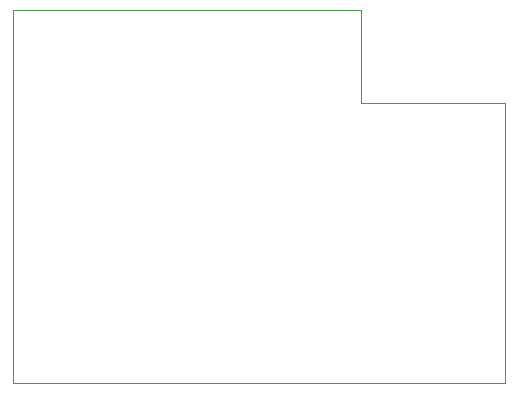
<source format=gbr>
%TF.GenerationSoftware,KiCad,Pcbnew,5.1.9-73d0e3b20d~88~ubuntu20.04.1*%
%TF.CreationDate,2021-02-21T20:05:17+08:00*%
%TF.ProjectId,weather_wifi,77656174-6865-4725-9f77-6966692e6b69,1.0*%
%TF.SameCoordinates,Original*%
%TF.FileFunction,Profile,NP*%
%FSLAX46Y46*%
G04 Gerber Fmt 4.6, Leading zero omitted, Abs format (unit mm)*
G04 Created by KiCad (PCBNEW 5.1.9-73d0e3b20d~88~ubuntu20.04.1) date 2021-02-21 20:05:17*
%MOMM*%
%LPD*%
G01*
G04 APERTURE LIST*
%TA.AperFunction,Profile*%
%ADD10C,0.050800*%
%TD*%
G04 APERTURE END LIST*
D10*
X72898000Y-44196000D02*
X85090000Y-44196000D01*
X72898000Y-36322000D02*
X72898000Y-44196000D01*
X43434000Y-67939920D02*
X43434000Y-36322000D01*
X85090000Y-67939920D02*
X43434000Y-67939920D01*
X85090000Y-44196000D02*
X85090000Y-67939920D01*
X43434000Y-36322000D02*
X72898000Y-36322000D01*
M02*

</source>
